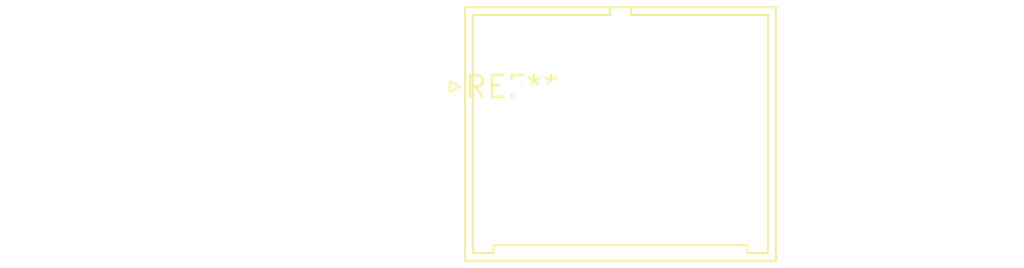
<source format=kicad_pcb>
(kicad_pcb (version 20240108) (generator pcbnew)
  (layers (0 "F.Cu" signal) (31 "B.Cu" signal) (34 "B.Paste" user) (35 "F.Paste" user) (36 "B.SilkS" user "B.Silkscreen") (37 "F.SilkS" user "F.Silkscreen") (38 "B.Mask" user) (39 "F.Mask" user) (44 "Edge.Cuts" user))
  (net 0 "")
  (footprint "JST_J2100_B12B-J21DK-GGXR_2x06_P2.50x4.00mm_Vertical" (layer "F.Cu") (at 0 0)
    (property "Reference" "REF**")
    (property "Value" "JST_J2100_B12B-J21DK-GGXR_2x06_P2.50x4.00mm_Vertical")
    (fp_line (start -3.6 -0.3) (end -3 0) (layer "F.SilkS") (stroke (width 0.12)))
    (fp_line (start -3.6 0.3) (end -3.6 -0.3) (layer "F.SilkS") (stroke (width 0.12)))
    (fp_line (start -3 0) (end -3.6 0.3) (layer "F.SilkS") (stroke (width 0.12)))
    (fp_line (start -2.71 -4.59) (end -2.71 10.03) (layer "F.SilkS") (stroke (width 0.12)))
    (fp_line (start -2.71 10.03) (end 15.21 10.03) (layer "F.SilkS") (stroke (width 0.12)))
    (fp_line (start -2.26 -4.14) (end -2.26 9.58) (layer "F.SilkS") (stroke (width 0.12)))
    (fp_line (start -2.26 9.58) (end -1.06 9.58) (layer "F.SilkS") (stroke (width 0.12)))
    (fp_line (start -1.06 9.13) (end 6.25 9.13) (layer "F.SilkS") (stroke (width 0.12)))
    (fp_line (start -1.06 9.58) (end -1.06 9.13) (layer "F.SilkS") (stroke (width 0.12)))
    (fp_line (start 5.65 -4.59) (end 5.65 -4.14) (layer "F.SilkS") (stroke (width 0.12)))
    (fp_line (start 5.65 -4.14) (end -2.26 -4.14) (layer "F.SilkS") (stroke (width 0.12)))
    (fp_line (start 6.85 -4.59) (end 6.85 -4.14) (layer "F.SilkS") (stroke (width 0.12)))
    (fp_line (start 6.85 -4.14) (end 14.76 -4.14) (layer "F.SilkS") (stroke (width 0.12)))
    (fp_line (start 13.56 9.13) (end 6.25 9.13) (layer "F.SilkS") (stroke (width 0.12)))
    (fp_line (start 13.56 9.58) (end 13.56 9.13) (layer "F.SilkS") (stroke (width 0.12)))
    (fp_line (start 14.76 -4.14) (end 14.76 9.58) (layer "F.SilkS") (stroke (width 0.12)))
    (fp_line (start 14.76 9.58) (end 13.56 9.58) (layer "F.SilkS") (stroke (width 0.12)))
    (fp_line (start 15.21 -4.59) (end -2.71 -4.59) (layer "F.SilkS") (stroke (width 0.12)))
    (fp_line (start 15.21 10.03) (end 15.21 -4.59) (layer "F.SilkS") (stroke (width 0.12)))
    (pad "" thru_hole circle (at 0 7.3) (size 3 3) (drill 2) (layers *.Cu *.Mask) (remove_unused_layers))
    (pad "" thru_hole circle (at 12.5 7.3) (size 3 3) (drill 2) (layers *.Cu *.Mask) (remove_unused_layers))
    (pad "1" thru_hole roundrect (at 0 0) (size 1.7 1.86) (drill 0.86) (layers *.Cu *.Mask) (remove_unused_layers) (roundrect_rratio 0.147059))
    (pad "2" thru_hole oval (at 2.5 0) (size 1.7 1.86) (drill 0.86) (layers *.Cu *.Mask) (remove_unused_layers))
    (pad "3" thru_hole oval (at 5 0) (size 1.7 1.86) (drill 0.86) (layers *.Cu *.Mask) (remove_unused_layers))
    (pad "4" thru_hole oval (at 7.5 0) (size 1.7 1.86) (drill 0.86) (layers *.Cu *.Mask) (remove_unused_layers))
    (pad "5" thru_hole oval (at 10 0) (size 1.7 1.86) (drill 0.86) (layers *.Cu *.Mask) (remove_unused_layers))
    (pad "6" thru_hole oval (at 12.5 0) (size 1.7 1.86) (drill 0.86) (layers *.Cu *.Mask) (remove_unused_layers))
    (pad "7" thru_hole oval (at 0 4) (size 1.7 1.86) (drill 0.86) (layers *.Cu *.Mask) (remove_unused_layers))
    (pad "8" thru_hole oval (at 2.5 4) (size 1.7 1.86) (drill 0.86) (layers *.Cu *.Mask) (remove_unused_layers))
    (pad "9" thru_hole oval (at 5 4) (size 1.7 1.86) (drill 0.86) (layers *.Cu *.Mask) (remove_unused_layers))
    (pad "10" thru_hole oval (at 7.5 4) (size 1.7 1.86) (drill 0.86) (layers *.Cu *.Mask) (remove_unused_layers))
    (pad "11" thru_hole oval (at 10 4) (size 1.7 1.86) (drill 0.86) (layers *.Cu *.Mask) (remove_unused_layers))
    (pad "12" thru_hole oval (at 12.5 4) (size 1.7 1.86) (drill 0.86) (layers *.Cu *.Mask) (remove_unused_layers))
  )
)
</source>
